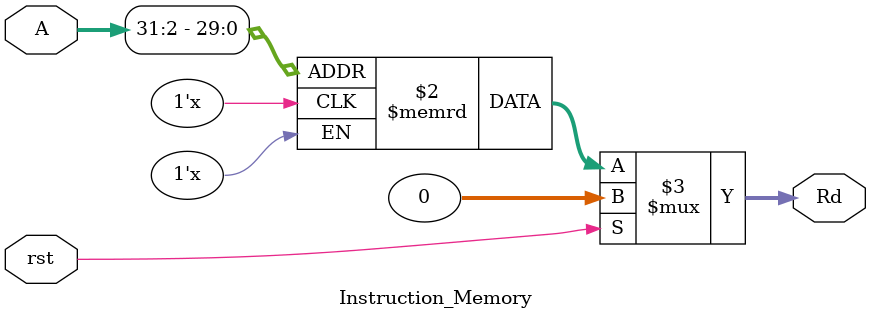
<source format=v>
module Instruction_Memory(
  input [31:0] A,
  input rst,
  output [31:0] Rd
);
   reg [31:0] I_Mem [1023:0];


  assign Rd = (rst==1) ? 32'd0 : I_Mem[A[31:2]];

endmodule

</source>
